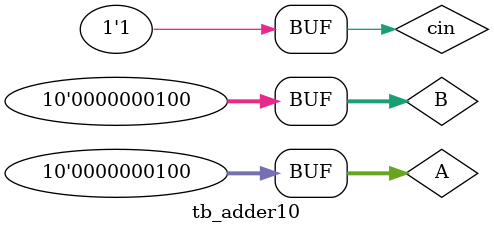
<source format=v>
`timescale 1ns/1ps

module adder10 (
    output wire[9:0] sum, 
    output wire cout,
    input wire [9:0] A, B,
    input wire cin);
    
    wire w1, w2, w3, w4, w5, w6, w7, w8, w9;
    
    fulladder A1(sum[0], w1, A[0], B[0], cin);
    fulladder A2(sum[1], w2, A[1], B[1], w1);
    fulladder A3(sum[2], w3, A[2], B[2], w2);
    fulladder A4(sum[3], w4, A[3], B[3], w3);
    fulladder A5(sum[4], w5, A[4], B[4], w4);
    fulladder A6(sum[5], w6, A[5], B[5], w5);
    fulladder A7(sum[6], w7, A[6], B[6], w6);
    fulladder A8(sum[7], w8, A[7], B[7], w7);
    fulladder A9(sum[8], w9, A[8], B[8], w8);
    fulladder A10(sum[9], cout, A[9], B[9], w9);
    
endmodule

module tb_adder10();
    wire [9:0] sum;
    wire cout;
    reg [9:0] A, B;
    reg cin;
    
    adder10 SUT(.sum(sum), .cout(cout), .A(A),.B(B),.cin(cin));
    
    parameter PERIOD = 10;
    
    initial begin
        cin=1'B0; A=10'b100; B=10'b100; #PERIOD;
        A = 10'b111; B = 10'b1; #PERIOD;
        cin=1'B1; A=10'b100; B=10'b100; #PERIOD;
    end
endmodule
</source>
